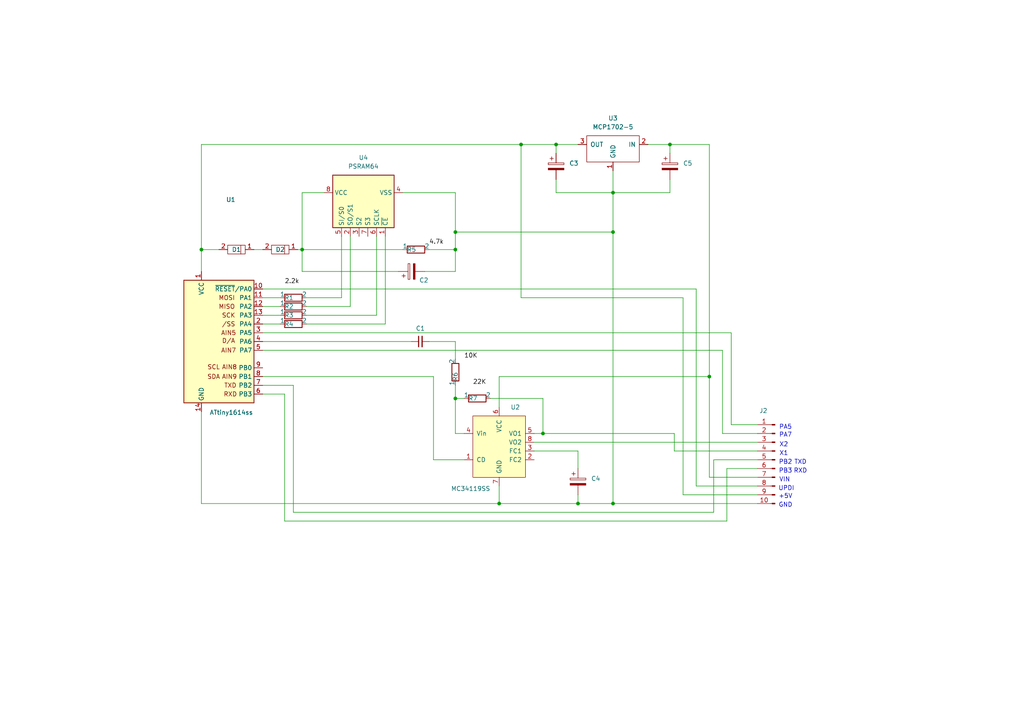
<source format=kicad_sch>
(kicad_sch
	(version 20231120)
	(generator "eeschema")
	(generator_version "8.0")
	(uuid "7d0deea3-9805-41ae-b06f-b7cf6651bd19")
	(paper "A4")
	(lib_symbols
		(symbol "0_Library:1N4004"
			(pin_names
				(offset 1.016)
			)
			(exclude_from_sim no)
			(in_bom yes)
			(on_board yes)
			(property "Reference" "D"
				(at 5.08 0 0)
				(do_not_autoplace)
				(effects
					(font
						(size 1.27 1.27)
					)
				)
			)
			(property "Value" "1N4004"
				(at 12.7 -1.27 0)
				(do_not_autoplace)
				(effects
					(font
						(size 1.27 1.27)
					)
					(hide yes)
				)
			)
			(property "Footprint" "0_Footprint:DO_PWR"
				(at 3.81 -2.54 0)
				(effects
					(font
						(size 1.27 1.27)
					)
					(hide yes)
				)
			)
			(property "Datasheet" ""
				(at 5.08 0 0)
				(effects
					(font
						(size 1.27 1.27)
					)
					(hide yes)
				)
			)
			(property "Description" ""
				(at 0 0 0)
				(effects
					(font
						(size 1.27 1.27)
					)
					(hide yes)
				)
			)
			(symbol "1N4004_0_1"
				(polyline
					(pts
						(xy 3.81 1.27) (xy 3.81 -1.27)
					)
					(stroke
						(width 0)
						(type solid)
					)
					(fill
						(type none)
					)
				)
				(rectangle
					(start 2.54 1.27)
					(end 7.62 -1.27)
					(stroke
						(width 0)
						(type solid)
					)
					(fill
						(type none)
					)
				)
			)
			(symbol "1N4004_1_1"
				(pin input line
					(at 0 0 0)
					(length 2.54)
					(name "~"
						(effects
							(font
								(size 1.27 1.27)
							)
						)
					)
					(number "1"
						(effects
							(font
								(size 1.27 1.27)
							)
						)
					)
				)
				(pin input line
					(at 10.16 0 180)
					(length 2.54)
					(name "~"
						(effects
							(font
								(size 1.27 1.27)
							)
						)
					)
					(number "2"
						(effects
							(font
								(size 1.27 1.27)
							)
						)
					)
				)
			)
		)
		(symbol "0_Library:ATtiny1614ss"
			(exclude_from_sim no)
			(in_bom yes)
			(on_board yes)
			(property "Reference" "U"
				(at -12.7 16.51 0)
				(effects
					(font
						(size 1.27 1.27)
					)
					(justify left bottom)
				)
			)
			(property "Value" "ATtiny1614ss"
				(at 20.32 -34.036 0)
				(effects
					(font
						(size 1.27 1.27)
					)
					(justify left top)
				)
			)
			(property "Footprint" "Package_SO:SOIC-14_3.9x8.7mm_P1.27mm"
				(at -2.54 33.02 0)
				(effects
					(font
						(size 1.27 1.27)
						(italic yes)
					)
					(hide yes)
				)
			)
			(property "Datasheet" ""
				(at -2.54 33.02 0)
				(effects
					(font
						(size 1.27 1.27)
					)
					(hide yes)
				)
			)
			(property "Description" ""
				(at -2.54 33.02 0)
				(effects
					(font
						(size 1.27 1.27)
					)
					(hide yes)
				)
			)
			(property "ki_keywords" "AVR 8bit Microcontroller tinyAVR"
				(at 0 0 0)
				(effects
					(font
						(size 1.27 1.27)
					)
					(hide yes)
				)
			)
			(property "ki_fp_filters" "SOIC*3.9x8.7mm*P1.27mm*"
				(at 0 0 0)
				(effects
					(font
						(size 1.27 1.27)
					)
					(hide yes)
				)
			)
			(symbol "ATtiny1614ss_0_1"
				(rectangle
					(start -7.62 12.7)
					(end 12.7 -22.86)
					(stroke
						(width 0.254)
						(type default)
					)
					(fill
						(type background)
					)
				)
			)
			(symbol "ATtiny1614ss_1_1"
				(text "/SS"
					(at 5.334 0 0)
					(effects
						(font
							(size 1.27 1.27)
						)
					)
				)
				(text "AIN5"
					(at 5.334 -2.54 0)
					(effects
						(font
							(size 1.27 1.27)
						)
					)
				)
				(text "AIN7"
					(at 5.334 -7.62 0)
					(effects
						(font
							(size 1.27 1.27)
						)
					)
				)
				(text "AIN8"
					(at 5.588 -12.446 0)
					(effects
						(font
							(size 1.27 1.27)
						)
					)
				)
				(text "AIN9"
					(at 5.588 -15.24 0)
					(effects
						(font
							(size 1.27 1.27)
						)
					)
				)
				(text "D/A"
					(at 5.334 -4.826 0)
					(effects
						(font
							(size 1.27 1.27)
						)
					)
				)
				(text "MISO"
					(at 4.826 5.08 0)
					(effects
						(font
							(size 1.27 1.27)
						)
					)
				)
				(text "MOSI"
					(at 4.826 7.62 0)
					(effects
						(font
							(size 1.27 1.27)
						)
					)
				)
				(text "RXD"
					(at 5.842 -20.32 0)
					(effects
						(font
							(size 1.27 1.27)
						)
					)
				)
				(text "SCK"
					(at 5.334 2.54 0)
					(effects
						(font
							(size 1.27 1.27)
						)
					)
				)
				(text "SCL"
					(at 1.016 -12.446 0)
					(effects
						(font
							(size 1.27 1.27)
						)
					)
				)
				(text "SDA"
					(at 1.016 -15.24 0)
					(effects
						(font
							(size 1.27 1.27)
						)
					)
				)
				(text "TXD"
					(at 5.842 -17.78 0)
					(effects
						(font
							(size 1.27 1.27)
						)
					)
				)
				(pin power_in line
					(at -2.54 15.24 270)
					(length 2.54)
					(name "VCC"
						(effects
							(font
								(size 1.27 1.27)
							)
						)
					)
					(number "1"
						(effects
							(font
								(size 1.27 1.27)
							)
						)
					)
				)
				(pin bidirectional line
					(at 15.24 10.16 180)
					(length 2.54)
					(name "~{RESET}/PA0"
						(effects
							(font
								(size 1.27 1.27)
							)
						)
					)
					(number "10"
						(effects
							(font
								(size 1.27 1.27)
							)
						)
					)
				)
				(pin bidirectional line
					(at 15.24 7.62 180)
					(length 2.54)
					(name "PA1"
						(effects
							(font
								(size 1.27 1.27)
							)
						)
					)
					(number "11"
						(effects
							(font
								(size 1.27 1.27)
							)
						)
					)
				)
				(pin bidirectional line
					(at 15.24 5.08 180)
					(length 2.54)
					(name "PA2"
						(effects
							(font
								(size 1.27 1.27)
							)
						)
					)
					(number "12"
						(effects
							(font
								(size 1.27 1.27)
							)
						)
					)
				)
				(pin bidirectional line
					(at 15.24 2.54 180)
					(length 2.54)
					(name "PA3"
						(effects
							(font
								(size 1.27 1.27)
							)
						)
					)
					(number "13"
						(effects
							(font
								(size 1.27 1.27)
							)
						)
					)
				)
				(pin power_in line
					(at -2.54 -25.4 90)
					(length 2.54)
					(name "GND"
						(effects
							(font
								(size 1.27 1.27)
							)
						)
					)
					(number "14"
						(effects
							(font
								(size 1.27 1.27)
							)
						)
					)
				)
				(pin bidirectional line
					(at 15.24 0 180)
					(length 2.54)
					(name "PA4"
						(effects
							(font
								(size 1.27 1.27)
							)
						)
					)
					(number "2"
						(effects
							(font
								(size 1.27 1.27)
							)
						)
					)
				)
				(pin bidirectional line
					(at 15.24 -2.54 180)
					(length 2.54)
					(name "PA5"
						(effects
							(font
								(size 1.27 1.27)
							)
						)
					)
					(number "3"
						(effects
							(font
								(size 1.27 1.27)
							)
						)
					)
				)
				(pin bidirectional line
					(at 15.24 -5.08 180)
					(length 2.54)
					(name "PA6"
						(effects
							(font
								(size 1.27 1.27)
							)
						)
					)
					(number "4"
						(effects
							(font
								(size 1.27 1.27)
							)
						)
					)
				)
				(pin bidirectional line
					(at 15.24 -7.62 180)
					(length 2.54)
					(name "PA7"
						(effects
							(font
								(size 1.27 1.27)
							)
						)
					)
					(number "5"
						(effects
							(font
								(size 1.27 1.27)
							)
						)
					)
				)
				(pin bidirectional line
					(at 15.24 -20.32 180)
					(length 2.54)
					(name "PB3"
						(effects
							(font
								(size 1.27 1.27)
							)
						)
					)
					(number "6"
						(effects
							(font
								(size 1.27 1.27)
							)
						)
					)
				)
				(pin bidirectional line
					(at 15.24 -17.78 180)
					(length 2.54)
					(name "PB2"
						(effects
							(font
								(size 1.27 1.27)
							)
						)
					)
					(number "7"
						(effects
							(font
								(size 1.27 1.27)
							)
						)
					)
				)
				(pin bidirectional line
					(at 15.24 -15.24 180)
					(length 2.54)
					(name "PB1"
						(effects
							(font
								(size 1.27 1.27)
							)
						)
					)
					(number "8"
						(effects
							(font
								(size 1.27 1.27)
							)
						)
					)
				)
				(pin bidirectional line
					(at 15.24 -12.7 180)
					(length 2.54)
					(name "PB0"
						(effects
							(font
								(size 1.27 1.27)
							)
						)
					)
					(number "9"
						(effects
							(font
								(size 1.27 1.27)
							)
						)
					)
				)
			)
		)
		(symbol "0_Library:CP_Small"
			(pin_numbers hide)
			(pin_names
				(offset 0.0508)
			)
			(exclude_from_sim no)
			(in_bom yes)
			(on_board yes)
			(property "Reference" "C"
				(at 0.635 6.35 0)
				(effects
					(font
						(size 1.27 1.27)
					)
					(justify left)
				)
			)
			(property "Value" "CP_Small"
				(at 0.635 1.27 0)
				(effects
					(font
						(size 1.27 1.27)
					)
					(justify left)
					(hide yes)
				)
			)
			(property "Footprint" "Capacitor_THT:CP_Radial_D4.0mm_P2.00mm"
				(at 0.9652 0 0)
				(effects
					(font
						(size 1.27 1.27)
					)
					(hide yes)
				)
			)
			(property "Datasheet" "~"
				(at 0 3.81 0)
				(effects
					(font
						(size 1.27 1.27)
					)
					(hide yes)
				)
			)
			(property "Description" "Polarized capacitor"
				(at 0 0 0)
				(effects
					(font
						(size 1.27 1.27)
					)
					(hide yes)
				)
			)
			(property "ki_keywords" "cap capacitor"
				(at 0 0 0)
				(effects
					(font
						(size 1.27 1.27)
					)
					(hide yes)
				)
			)
			(property "ki_fp_filters" "CP_*"
				(at 0 0 0)
				(effects
					(font
						(size 1.27 1.27)
					)
					(hide yes)
				)
			)
			(symbol "CP_Small_0_1"
				(rectangle
					(start -2.286 4.318)
					(end 2.286 4.826)
					(stroke
						(width 0)
						(type solid)
					)
					(fill
						(type none)
					)
				)
				(polyline
					(pts
						(xy -1.778 6.096) (xy -0.762 6.096)
					)
					(stroke
						(width 0)
						(type solid)
					)
					(fill
						(type none)
					)
				)
				(polyline
					(pts
						(xy -1.27 6.604) (xy -1.27 5.588)
					)
					(stroke
						(width 0)
						(type solid)
					)
					(fill
						(type none)
					)
				)
				(rectangle
					(start 2.286 3.302)
					(end -2.286 2.794)
					(stroke
						(width 0)
						(type solid)
					)
					(fill
						(type outline)
					)
				)
			)
			(symbol "CP_Small_1_1"
				(pin passive line
					(at 0 7.62 270)
					(length 2.794)
					(name "~"
						(effects
							(font
								(size 1.27 1.27)
							)
						)
					)
					(number "1"
						(effects
							(font
								(size 1.27 1.27)
							)
						)
					)
				)
				(pin passive line
					(at 0 0 90)
					(length 2.794)
					(name "~"
						(effects
							(font
								(size 1.27 1.27)
							)
						)
					)
					(number "2"
						(effects
							(font
								(size 1.27 1.27)
							)
						)
					)
				)
			)
		)
		(symbol "0_Library:C_Disc"
			(pin_numbers hide)
			(pin_names
				(offset 0.254) hide)
			(exclude_from_sim no)
			(in_bom yes)
			(on_board yes)
			(property "Reference" "C"
				(at 0.254 1.778 0)
				(effects
					(font
						(size 1.27 1.27)
					)
					(justify left)
				)
			)
			(property "Value" "C_Disc"
				(at 0.254 -2.032 0)
				(effects
					(font
						(size 1.27 1.27)
					)
					(justify left)
					(hide yes)
				)
			)
			(property "Footprint" "0_Footprint:C_Disc1"
				(at 0 0 0)
				(effects
					(font
						(size 1.27 1.27)
					)
					(hide yes)
				)
			)
			(property "Datasheet" "~"
				(at 0 0 0)
				(effects
					(font
						(size 1.27 1.27)
					)
					(hide yes)
				)
			)
			(property "Description" "Unpolarized capacitor, small symbol"
				(at 0 0 0)
				(effects
					(font
						(size 1.27 1.27)
					)
					(hide yes)
				)
			)
			(property "ki_keywords" "capacitor cap"
				(at 0 0 0)
				(effects
					(font
						(size 1.27 1.27)
					)
					(hide yes)
				)
			)
			(property "ki_fp_filters" "C_*"
				(at 0 0 0)
				(effects
					(font
						(size 1.27 1.27)
					)
					(hide yes)
				)
			)
			(symbol "C_Disc_0_1"
				(polyline
					(pts
						(xy -1.524 -0.508) (xy 1.524 -0.508)
					)
					(stroke
						(width 0.3302)
						(type solid)
					)
					(fill
						(type none)
					)
				)
				(polyline
					(pts
						(xy -1.524 0.508) (xy 1.524 0.508)
					)
					(stroke
						(width 0.3048)
						(type solid)
					)
					(fill
						(type none)
					)
				)
			)
			(symbol "C_Disc_1_1"
				(pin passive line
					(at 0 2.54 270)
					(length 2.032)
					(name "~"
						(effects
							(font
								(size 1.27 1.27)
							)
						)
					)
					(number "1"
						(effects
							(font
								(size 1.27 1.27)
							)
						)
					)
				)
				(pin passive line
					(at 0 -2.54 90)
					(length 2.032)
					(name "~"
						(effects
							(font
								(size 1.27 1.27)
							)
						)
					)
					(number "2"
						(effects
							(font
								(size 1.27 1.27)
							)
						)
					)
				)
			)
		)
		(symbol "0_Library:Conn_01x10_MaleP"
			(pin_names
				(offset 1.016) hide)
			(exclude_from_sim no)
			(in_bom yes)
			(on_board yes)
			(property "Reference" "J"
				(at 0 12.7 0)
				(effects
					(font
						(size 1.27 1.27)
					)
				)
			)
			(property "Value" "Conn_01x10_MaleP"
				(at 0 -15.24 0)
				(effects
					(font
						(size 1.27 1.27)
					)
					(hide yes)
				)
			)
			(property "Footprint" "Connector_PinHeader_2.54mm:PinHeader_1x10_P2.54mm_Vertical"
				(at 0 0 0)
				(effects
					(font
						(size 1.27 1.27)
					)
					(hide yes)
				)
			)
			(property "Datasheet" "~"
				(at 0 0 0)
				(effects
					(font
						(size 1.27 1.27)
					)
					(hide yes)
				)
			)
			(property "Description" "Generic connector, single row, 01x10, script generated (kicad-library-utils/schlib/autogen/connector/)"
				(at 0 0 0)
				(effects
					(font
						(size 1.27 1.27)
					)
					(hide yes)
				)
			)
			(property "ki_keywords" "connector"
				(at 0 0 0)
				(effects
					(font
						(size 1.27 1.27)
					)
					(hide yes)
				)
			)
			(property "ki_fp_filters" "Connector*:*_1x??_*"
				(at 0 0 0)
				(effects
					(font
						(size 1.27 1.27)
					)
					(hide yes)
				)
			)
			(symbol "Conn_01x10_MaleP_1_1"
				(polyline
					(pts
						(xy 1.27 -12.7) (xy 0.8636 -12.7)
					)
					(stroke
						(width 0.1524)
						(type solid)
					)
					(fill
						(type none)
					)
				)
				(polyline
					(pts
						(xy 1.27 -10.16) (xy 0.8636 -10.16)
					)
					(stroke
						(width 0.1524)
						(type solid)
					)
					(fill
						(type none)
					)
				)
				(polyline
					(pts
						(xy 1.27 -7.62) (xy 0.8636 -7.62)
					)
					(stroke
						(width 0.1524)
						(type solid)
					)
					(fill
						(type none)
					)
				)
				(polyline
					(pts
						(xy 1.27 -5.08) (xy 0.8636 -5.08)
					)
					(stroke
						(width 0.1524)
						(type solid)
					)
					(fill
						(type none)
					)
				)
				(polyline
					(pts
						(xy 1.27 -2.54) (xy 0.8636 -2.54)
					)
					(stroke
						(width 0.1524)
						(type solid)
					)
					(fill
						(type none)
					)
				)
				(polyline
					(pts
						(xy 1.27 0) (xy 0.8636 0)
					)
					(stroke
						(width 0.1524)
						(type solid)
					)
					(fill
						(type none)
					)
				)
				(polyline
					(pts
						(xy 1.27 2.54) (xy 0.8636 2.54)
					)
					(stroke
						(width 0.1524)
						(type solid)
					)
					(fill
						(type none)
					)
				)
				(polyline
					(pts
						(xy 1.27 5.08) (xy 0.8636 5.08)
					)
					(stroke
						(width 0.1524)
						(type solid)
					)
					(fill
						(type none)
					)
				)
				(polyline
					(pts
						(xy 1.27 7.62) (xy 0.8636 7.62)
					)
					(stroke
						(width 0.1524)
						(type solid)
					)
					(fill
						(type none)
					)
				)
				(polyline
					(pts
						(xy 1.27 10.16) (xy 0.8636 10.16)
					)
					(stroke
						(width 0.1524)
						(type solid)
					)
					(fill
						(type none)
					)
				)
				(rectangle
					(start 0.8636 -12.573)
					(end 0 -12.827)
					(stroke
						(width 0.1524)
						(type solid)
					)
					(fill
						(type outline)
					)
				)
				(rectangle
					(start 0.8636 -10.033)
					(end 0 -10.287)
					(stroke
						(width 0.1524)
						(type solid)
					)
					(fill
						(type outline)
					)
				)
				(rectangle
					(start 0.8636 -7.493)
					(end 0 -7.747)
					(stroke
						(width 0.1524)
						(type solid)
					)
					(fill
						(type outline)
					)
				)
				(rectangle
					(start 0.8636 -4.953)
					(end 0 -5.207)
					(stroke
						(width 0.1524)
						(type solid)
					)
					(fill
						(type outline)
					)
				)
				(rectangle
					(start 0.8636 -2.413)
					(end 0 -2.667)
					(stroke
						(width 0.1524)
						(type solid)
					)
					(fill
						(type outline)
					)
				)
				(rectangle
					(start 0.8636 0.127)
					(end 0 -0.127)
					(stroke
						(width 0.1524)
						(type solid)
					)
					(fill
						(type outline)
					)
				)
				(rectangle
					(start 0.8636 2.667)
					(end 0 2.413)
					(stroke
						(width 0.1524)
						(type solid)
					)
					(fill
						(type outline)
					)
				)
				(rectangle
					(start 0.8636 5.207)
					(end 0 4.953)
					(stroke
						(width 0.1524)
						(type solid)
					)
					(fill
						(type outline)
					)
				)
				(rectangle
					(start 0.8636 7.747)
					(end 0 7.493)
					(stroke
						(width 0.1524)
						(type solid)
					)
					(fill
						(type outline)
					)
				)
				(rectangle
					(start 0.8636 10.287)
					(end 0 10.033)
					(stroke
						(width 0.1524)
						(type solid)
					)
					(fill
						(type outline)
					)
				)
				(pin passive line
					(at 5.08 10.16 180)
					(length 3.81)
					(name "Pin_1"
						(effects
							(font
								(size 1.27 1.27)
							)
						)
					)
					(number "1"
						(effects
							(font
								(size 1.27 1.27)
							)
						)
					)
				)
				(pin passive line
					(at 5.08 -12.7 180)
					(length 3.81)
					(name "Pin_10"
						(effects
							(font
								(size 1.27 1.27)
							)
						)
					)
					(number "10"
						(effects
							(font
								(size 1.27 1.27)
							)
						)
					)
				)
				(pin passive line
					(at 5.08 7.62 180)
					(length 3.81)
					(name "Pin_2"
						(effects
							(font
								(size 1.27 1.27)
							)
						)
					)
					(number "2"
						(effects
							(font
								(size 1.27 1.27)
							)
						)
					)
				)
				(pin passive line
					(at 5.08 5.08 180)
					(length 3.81)
					(name "Pin_3"
						(effects
							(font
								(size 1.27 1.27)
							)
						)
					)
					(number "3"
						(effects
							(font
								(size 1.27 1.27)
							)
						)
					)
				)
				(pin passive line
					(at 5.08 2.54 180)
					(length 3.81)
					(name "Pin_4"
						(effects
							(font
								(size 1.27 1.27)
							)
						)
					)
					(number "4"
						(effects
							(font
								(size 1.27 1.27)
							)
						)
					)
				)
				(pin passive line
					(at 5.08 0 180)
					(length 3.81)
					(name "Pin_5"
						(effects
							(font
								(size 1.27 1.27)
							)
						)
					)
					(number "5"
						(effects
							(font
								(size 1.27 1.27)
							)
						)
					)
				)
				(pin passive line
					(at 5.08 -2.54 180)
					(length 3.81)
					(name "Pin_6"
						(effects
							(font
								(size 1.27 1.27)
							)
						)
					)
					(number "6"
						(effects
							(font
								(size 1.27 1.27)
							)
						)
					)
				)
				(pin passive line
					(at 5.08 -5.08 180)
					(length 3.81)
					(name "Pin_7"
						(effects
							(font
								(size 1.27 1.27)
							)
						)
					)
					(number "7"
						(effects
							(font
								(size 1.27 1.27)
							)
						)
					)
				)
				(pin passive line
					(at 5.08 -7.62 180)
					(length 3.81)
					(name "Pin_8"
						(effects
							(font
								(size 1.27 1.27)
							)
						)
					)
					(number "8"
						(effects
							(font
								(size 1.27 1.27)
							)
						)
					)
				)
				(pin passive line
					(at 5.08 -10.16 180)
					(length 3.81)
					(name "Pin_9"
						(effects
							(font
								(size 1.27 1.27)
							)
						)
					)
					(number "9"
						(effects
							(font
								(size 1.27 1.27)
							)
						)
					)
				)
			)
		)
		(symbol "0_Library:MC34119SS"
			(pin_names
				(offset 1.016)
			)
			(exclude_from_sim no)
			(in_bom yes)
			(on_board yes)
			(property "Reference" "U"
				(at 5.08 7.62 0)
				(effects
					(font
						(size 1.27 1.27)
					)
				)
			)
			(property "Value" "MC34119SS"
				(at -7.62 7.62 0)
				(effects
					(font
						(size 1.27 1.27)
					)
				)
			)
			(property "Footprint" "Package_SO:SOIC-8_3.9x4.9mm_P1.27mm"
				(at 0 0 0)
				(effects
					(font
						(size 1.27 1.27)
					)
					(hide yes)
				)
			)
			(property "Datasheet" ""
				(at 0 0 0)
				(effects
					(font
						(size 1.27 1.27)
					)
					(hide yes)
				)
			)
			(property "Description" ""
				(at 0 0 0)
				(effects
					(font
						(size 1.27 1.27)
					)
					(hide yes)
				)
			)
			(symbol "MC34119SS_0_1"
				(rectangle
					(start -7.62 5.08)
					(end 7.62 -12.7)
					(stroke
						(width 0)
						(type solid)
					)
					(fill
						(type background)
					)
				)
			)
			(symbol "MC34119SS_1_1"
				(pin input line
					(at -10.16 -7.62 0)
					(length 2.54)
					(name "CD"
						(effects
							(font
								(size 1.27 1.27)
							)
						)
					)
					(number "1"
						(effects
							(font
								(size 1.27 1.27)
							)
						)
					)
				)
				(pin input line
					(at 10.16 -7.62 180)
					(length 2.54)
					(name "FC2"
						(effects
							(font
								(size 1.27 1.27)
							)
						)
					)
					(number "2"
						(effects
							(font
								(size 1.27 1.27)
							)
						)
					)
				)
				(pin input line
					(at 10.16 -5.08 180)
					(length 2.54)
					(name "FC1"
						(effects
							(font
								(size 1.27 1.27)
							)
						)
					)
					(number "3"
						(effects
							(font
								(size 1.27 1.27)
							)
						)
					)
				)
				(pin input line
					(at -10.16 0 0)
					(length 2.54)
					(name "Vin"
						(effects
							(font
								(size 1.27 1.27)
							)
						)
					)
					(number "4"
						(effects
							(font
								(size 1.27 1.27)
							)
						)
					)
				)
				(pin output line
					(at 10.16 0 180)
					(length 2.54)
					(name "VO1"
						(effects
							(font
								(size 1.27 1.27)
							)
						)
					)
					(number "5"
						(effects
							(font
								(size 1.27 1.27)
							)
						)
					)
				)
				(pin input line
					(at 0 7.62 270)
					(length 2.54)
					(name "VCC"
						(effects
							(font
								(size 1.27 1.27)
							)
						)
					)
					(number "6"
						(effects
							(font
								(size 1.27 1.27)
							)
						)
					)
				)
				(pin input line
					(at 0 -15.24 90)
					(length 2.54)
					(name "GND"
						(effects
							(font
								(size 1.27 1.27)
							)
						)
					)
					(number "7"
						(effects
							(font
								(size 1.27 1.27)
							)
						)
					)
				)
				(pin output line
					(at 10.16 -2.54 180)
					(length 2.54)
					(name "VO2"
						(effects
							(font
								(size 1.27 1.27)
							)
						)
					)
					(number "8"
						(effects
							(font
								(size 1.27 1.27)
							)
						)
					)
				)
			)
		)
		(symbol "0_Library:MCP1702-5"
			(pin_names
				(offset 1.016)
			)
			(exclude_from_sim no)
			(in_bom yes)
			(on_board yes)
			(property "Reference" "U"
				(at -7.62 7.62 0)
				(effects
					(font
						(size 1.27 1.27)
					)
				)
			)
			(property "Value" "MCP1702-5"
				(at -2.54 5.08 0)
				(effects
					(font
						(size 1.27 1.27)
					)
				)
			)
			(property "Footprint" "0_Footprint:TO-92X"
				(at 7.62 -7.62 0)
				(effects
					(font
						(size 1.27 1.27)
					)
					(hide yes)
				)
			)
			(property "Datasheet" ""
				(at 0 0 0)
				(effects
					(font
						(size 1.27 1.27)
					)
					(hide yes)
				)
			)
			(property "Description" ""
				(at 0 0 0)
				(effects
					(font
						(size 1.27 1.27)
					)
					(hide yes)
				)
			)
			(symbol "MCP1702-5_0_1"
				(rectangle
					(start -10.16 2.54)
					(end 5.08 -5.08)
					(stroke
						(width 0)
						(type solid)
					)
					(fill
						(type none)
					)
				)
			)
			(symbol "MCP1702-5_1_1"
				(pin input line
					(at -2.54 -7.62 90)
					(length 2.54)
					(name "GND"
						(effects
							(font
								(size 1.27 1.27)
							)
						)
					)
					(number "1"
						(effects
							(font
								(size 1.27 1.27)
							)
						)
					)
				)
				(pin input line
					(at -12.7 0 0)
					(length 2.54)
					(name "IN"
						(effects
							(font
								(size 1.27 1.27)
							)
						)
					)
					(number "2"
						(effects
							(font
								(size 1.27 1.27)
							)
						)
					)
				)
				(pin input line
					(at 7.62 0 180)
					(length 2.54)
					(name "OUT"
						(effects
							(font
								(size 1.27 1.27)
							)
						)
					)
					(number "3"
						(effects
							(font
								(size 1.27 1.27)
							)
						)
					)
				)
			)
		)
		(symbol "0_Library:PSRAM64"
			(exclude_from_sim no)
			(in_bom yes)
			(on_board yes)
			(property "Reference" "U"
				(at 3.81 11.43 0)
				(effects
					(font
						(size 1.27 1.27)
					)
				)
			)
			(property "Value" "PSRAM64"
				(at 1.778 -12.7 0)
				(effects
					(font
						(size 1.27 1.27)
					)
					(justify left)
				)
			)
			(property "Footprint" "Package_SO:SOIC-8_3.9x4.9mm_P1.27mm"
				(at 0 -15.24 0)
				(effects
					(font
						(size 1.27 1.27)
					)
					(hide yes)
				)
			)
			(property "Datasheet" "https://www.espressif.com/sites/default/files/documentation/esp-psram32_datasheet_en.pdf"
				(at -10.16 12.7 0)
				(effects
					(font
						(size 1.27 1.27)
					)
					(hide yes)
				)
			)
			(property "Description" "32 Mbit serial pseudo SRAM device organized as 4Mx8 bits, 1.8 VCC, SOIC8 (SOP8)"
				(at 0 0 0)
				(effects
					(font
						(size 1.27 1.27)
					)
					(hide yes)
				)
			)
			(property "ki_keywords" "32 Mbit serial pseudo SRAM MEMORY"
				(at 0 0 0)
				(effects
					(font
						(size 1.27 1.27)
					)
					(hide yes)
				)
			)
			(property "ki_fp_filters" "SOIC*3.9x4.9mm?P1.27mm*"
				(at 0 0 0)
				(effects
					(font
						(size 1.27 1.27)
					)
					(hide yes)
				)
			)
			(symbol "PSRAM64_0_1"
				(rectangle
					(start -7.62 10.16)
					(end 7.62 -7.62)
					(stroke
						(width 0.254)
						(type default)
					)
					(fill
						(type background)
					)
				)
			)
			(symbol "PSRAM64_1_1"
				(pin input line
					(at -10.16 -5.08 0)
					(length 2.54)
					(name "~{CE}"
						(effects
							(font
								(size 1.27 1.27)
							)
						)
					)
					(number "1"
						(effects
							(font
								(size 1.27 1.27)
							)
						)
					)
				)
				(pin output line
					(at -10.16 5.08 0)
					(length 2.54)
					(name "SO/S1"
						(effects
							(font
								(size 1.27 1.27)
							)
						)
					)
					(number "2"
						(effects
							(font
								(size 1.27 1.27)
							)
						)
					)
				)
				(pin bidirectional line
					(at -10.16 2.54 0)
					(length 2.54)
					(name "S2"
						(effects
							(font
								(size 1.27 1.27)
							)
						)
					)
					(number "3"
						(effects
							(font
								(size 1.27 1.27)
							)
						)
					)
				)
				(pin power_in line
					(at 2.54 -10.16 90)
					(length 2.54)
					(name "VSS"
						(effects
							(font
								(size 1.27 1.27)
							)
						)
					)
					(number "4"
						(effects
							(font
								(size 1.27 1.27)
							)
						)
					)
				)
				(pin input line
					(at -10.16 7.62 0)
					(length 2.54)
					(name "SI/S0"
						(effects
							(font
								(size 1.27 1.27)
							)
						)
					)
					(number "5"
						(effects
							(font
								(size 1.27 1.27)
							)
						)
					)
				)
				(pin output line
					(at -10.16 -2.54 0)
					(length 2.54)
					(name "SCLK"
						(effects
							(font
								(size 1.27 1.27)
							)
						)
					)
					(number "6"
						(effects
							(font
								(size 1.27 1.27)
							)
						)
					)
				)
				(pin bidirectional line
					(at -10.16 0 0)
					(length 2.54)
					(name "S3"
						(effects
							(font
								(size 1.27 1.27)
							)
						)
					)
					(number "7"
						(effects
							(font
								(size 1.27 1.27)
							)
						)
					)
				)
				(pin power_in line
					(at 2.54 12.7 270)
					(length 2.54)
					(name "VCC"
						(effects
							(font
								(size 1.27 1.27)
							)
						)
					)
					(number "8"
						(effects
							(font
								(size 1.27 1.27)
							)
						)
					)
				)
			)
		)
		(symbol "0_Library:Resistor"
			(pin_numbers hide)
			(pin_names
				(offset 0)
			)
			(exclude_from_sim no)
			(in_bom yes)
			(on_board yes)
			(property "Reference" "R"
				(at 2.54 0 0)
				(do_not_autoplace)
				(effects
					(font
						(size 1.27 1.27)
					)
				)
			)
			(property "Value" "Resistor"
				(at 7.62 0.635 0)
				(effects
					(font
						(size 0.2032 0.2032)
					)
					(hide yes)
				)
			)
			(property "Footprint" "0_Footprint:QWSlim"
				(at 5.08 -2.54 0)
				(effects
					(font
						(size 1.27 1.27)
					)
					(hide yes)
				)
			)
			(property "Datasheet" "~"
				(at 3.81 2.54 90)
				(effects
					(font
						(size 1.27 1.27)
					)
					(hide yes)
				)
			)
			(property "Description" "Resistor"
				(at 0 0 0)
				(effects
					(font
						(size 1.27 1.27)
					)
					(hide yes)
				)
			)
			(property "ki_keywords" "R res resistor"
				(at 0 0 0)
				(effects
					(font
						(size 1.27 1.27)
					)
					(hide yes)
				)
			)
			(property "ki_fp_filters" "R_*"
				(at 0 0 0)
				(effects
					(font
						(size 1.27 1.27)
					)
					(hide yes)
				)
			)
			(symbol "Resistor_1_1"
				(rectangle
					(start 1.27 1.016)
					(end 6.35 -1.016)
					(stroke
						(width 0.254)
						(type solid)
					)
					(fill
						(type none)
					)
				)
				(pin passive line
					(at 0 0 0)
					(length 1.27)
					(name "1"
						(effects
							(font
								(size 1.27 1.27)
							)
						)
					)
					(number "1"
						(effects
							(font
								(size 1.27 1.27)
							)
						)
					)
				)
				(pin passive line
					(at 7.62 0 180)
					(length 1.27)
					(name "2"
						(effects
							(font
								(size 1.27 1.27)
							)
						)
					)
					(number "2"
						(effects
							(font
								(size 1.27 1.27)
							)
						)
					)
				)
			)
		)
	)
	(junction
		(at 194.31 41.91)
		(diameter 0)
		(color 0 0 0 0)
		(uuid "03854fc9-c445-4a03-be2c-22ec416ea58b")
	)
	(junction
		(at 132.08 67.31)
		(diameter 0)
		(color 0 0 0 0)
		(uuid "0b9b7d77-41b0-4490-9c57-026d07b6de2d")
	)
	(junction
		(at 157.48 125.73)
		(diameter 0)
		(color 0 0 0 0)
		(uuid "56c19ef5-a28d-4e7b-b481-242a03a9de06")
	)
	(junction
		(at 161.29 41.91)
		(diameter 0)
		(color 0 0 0 0)
		(uuid "5a1589a5-b5b6-4eda-9752-f0bea38931f3")
	)
	(junction
		(at 205.74 109.22)
		(diameter 0)
		(color 0 0 0 0)
		(uuid "68277aea-ea79-4177-a5c1-5dd9f7d56992")
	)
	(junction
		(at 87.63 72.39)
		(diameter 0)
		(color 0 0 0 0)
		(uuid "8bf54242-85f6-443a-be4e-1c8837960f19")
	)
	(junction
		(at 167.64 146.05)
		(diameter 0)
		(color 0 0 0 0)
		(uuid "8f53db3b-5c4a-4842-adab-9fb2ca034ae0")
	)
	(junction
		(at 177.8 55.88)
		(diameter 0)
		(color 0 0 0 0)
		(uuid "a2c8d7f6-c58a-4b77-a5b1-7afdd71808fa")
	)
	(junction
		(at 144.78 146.05)
		(diameter 0)
		(color 0 0 0 0)
		(uuid "b8d427f6-f621-4e31-acbc-b2e2d92f4735")
	)
	(junction
		(at 58.42 72.39)
		(diameter 0)
		(color 0 0 0 0)
		(uuid "d22cbcec-62b2-4f4e-bd55-aa0829a10c73")
	)
	(junction
		(at 177.8 67.31)
		(diameter 0)
		(color 0 0 0 0)
		(uuid "d32ad76a-5e98-40e9-9ac5-8f95485ca0e0")
	)
	(junction
		(at 151.13 41.91)
		(diameter 0)
		(color 0 0 0 0)
		(uuid "ec2bce5c-d234-4a9e-afe4-cbd47ca29ddd")
	)
	(junction
		(at 132.08 115.57)
		(diameter 0)
		(color 0 0 0 0)
		(uuid "ecfb38c0-4f53-4118-b1d8-dabd0a24c48a")
	)
	(junction
		(at 177.8 146.05)
		(diameter 0)
		(color 0 0 0 0)
		(uuid "f4357db4-14f2-4622-8569-16c0ff36eace")
	)
	(junction
		(at 132.08 72.39)
		(diameter 0)
		(color 0 0 0 0)
		(uuid "f79bf6da-a6d2-4406-8633-985561b48c49")
	)
	(wire
		(pts
			(xy 76.2 111.76) (xy 85.09 111.76)
		)
		(stroke
			(width 0)
			(type default)
		)
		(uuid "09404a06-0724-4f9a-9e8c-6463787d10a1")
	)
	(wire
		(pts
			(xy 142.24 115.57) (xy 157.48 115.57)
		)
		(stroke
			(width 0)
			(type default)
		)
		(uuid "1dc793ab-c343-433a-bda8-e2d066cecca3")
	)
	(wire
		(pts
			(xy 209.55 125.73) (xy 219.71 125.73)
		)
		(stroke
			(width 0)
			(type default)
		)
		(uuid "1dde2905-5161-4b0c-a616-dc7bc56c80bc")
	)
	(wire
		(pts
			(xy 154.94 130.81) (xy 167.64 130.81)
		)
		(stroke
			(width 0)
			(type default)
		)
		(uuid "212e3067-0e53-462c-9d10-db7b3d0d02ce")
	)
	(wire
		(pts
			(xy 144.78 140.97) (xy 144.78 146.05)
		)
		(stroke
			(width 0)
			(type default)
		)
		(uuid "2a3ad8c7-f333-4d2d-816e-c83161a607ef")
	)
	(wire
		(pts
			(xy 125.73 109.22) (xy 125.73 133.35)
		)
		(stroke
			(width 0)
			(type default)
		)
		(uuid "2aca8e68-a166-4bf7-b259-7513ab61714d")
	)
	(wire
		(pts
			(xy 132.08 125.73) (xy 134.62 125.73)
		)
		(stroke
			(width 0)
			(type default)
		)
		(uuid "2b8ea15b-bdd5-4d34-9f30-8cafc3860e51")
	)
	(wire
		(pts
			(xy 76.2 83.82) (xy 201.93 83.82)
		)
		(stroke
			(width 0)
			(type default)
		)
		(uuid "30a10ad9-fae5-4051-a868-277be3d47863")
	)
	(wire
		(pts
			(xy 85.09 111.76) (xy 85.09 148.59)
		)
		(stroke
			(width 0)
			(type default)
		)
		(uuid "345ed97d-5e45-4688-a445-d004946633b4")
	)
	(wire
		(pts
			(xy 76.2 99.06) (xy 119.38 99.06)
		)
		(stroke
			(width 0)
			(type default)
		)
		(uuid "3bc1586f-3c26-4177-b5d5-eb1eecce958f")
	)
	(wire
		(pts
			(xy 132.08 67.31) (xy 177.8 67.31)
		)
		(stroke
			(width 0)
			(type default)
		)
		(uuid "3c5c1e2f-bc7c-4a3e-83bd-028914021802")
	)
	(wire
		(pts
			(xy 82.55 151.13) (xy 210.82 151.13)
		)
		(stroke
			(width 0)
			(type default)
		)
		(uuid "3c5dae87-4722-44b6-94c3-e77433b7da5e")
	)
	(wire
		(pts
			(xy 194.31 44.45) (xy 194.31 41.91)
		)
		(stroke
			(width 0)
			(type default)
		)
		(uuid "43d26f82-e2f5-4a61-8263-333611cef7d8")
	)
	(wire
		(pts
			(xy 198.12 143.51) (xy 219.71 143.51)
		)
		(stroke
			(width 0)
			(type default)
		)
		(uuid "4a2b6d38-b35b-4456-ab10-c663e78718a1")
	)
	(wire
		(pts
			(xy 101.6 88.9) (xy 101.6 68.58)
		)
		(stroke
			(width 0)
			(type default)
		)
		(uuid "4fc2c0f8-6309-445c-917f-c672796dfa31")
	)
	(wire
		(pts
			(xy 116.84 55.88) (xy 132.08 55.88)
		)
		(stroke
			(width 0)
			(type default)
		)
		(uuid "524fdff1-c3ef-4c60-a8ee-d68478d7687d")
	)
	(wire
		(pts
			(xy 195.58 130.81) (xy 219.71 130.81)
		)
		(stroke
			(width 0)
			(type default)
		)
		(uuid "534dc4a8-9802-4a4d-9cb2-90914769a0d5")
	)
	(wire
		(pts
			(xy 205.74 138.43) (xy 219.71 138.43)
		)
		(stroke
			(width 0)
			(type default)
		)
		(uuid "58fd3b1c-17b3-4c96-90d2-580ba427c918")
	)
	(wire
		(pts
			(xy 144.78 118.11) (xy 144.78 109.22)
		)
		(stroke
			(width 0)
			(type default)
		)
		(uuid "5966b19d-8bd5-444e-a9fa-c9892c227ebe")
	)
	(wire
		(pts
			(xy 210.82 135.89) (xy 210.82 151.13)
		)
		(stroke
			(width 0)
			(type default)
		)
		(uuid "5c3f8547-a2a8-4b50-a27f-6b7998cb2b88")
	)
	(wire
		(pts
			(xy 109.22 91.44) (xy 109.22 68.58)
		)
		(stroke
			(width 0)
			(type default)
		)
		(uuid "66649ead-f654-41d4-b72d-04a6fa443d60")
	)
	(wire
		(pts
			(xy 132.08 99.06) (xy 132.08 104.14)
		)
		(stroke
			(width 0)
			(type default)
		)
		(uuid "6be0d641-5f97-4f21-926a-20d1b0ed5dc6")
	)
	(wire
		(pts
			(xy 73.66 72.39) (xy 76.2 72.39)
		)
		(stroke
			(width 0)
			(type default)
		)
		(uuid "6d579a88-40cb-4dbd-b367-a3cb2c101d82")
	)
	(wire
		(pts
			(xy 144.78 146.05) (xy 167.64 146.05)
		)
		(stroke
			(width 0)
			(type default)
		)
		(uuid "71c74936-cf27-4982-bae7-03f07d2824ec")
	)
	(wire
		(pts
			(xy 161.29 52.07) (xy 161.29 55.88)
		)
		(stroke
			(width 0)
			(type default)
		)
		(uuid "739c335d-f8a6-4a0f-a440-b68aa6b5a2b7")
	)
	(wire
		(pts
			(xy 87.63 55.88) (xy 87.63 72.39)
		)
		(stroke
			(width 0)
			(type default)
		)
		(uuid "7c703b99-adaf-4c5a-af64-8c991f10a6ce")
	)
	(wire
		(pts
			(xy 111.76 68.58) (xy 111.76 93.98)
		)
		(stroke
			(width 0)
			(type default)
		)
		(uuid "7c76ad15-a0ec-461d-9d14-5187aaf51a7a")
	)
	(wire
		(pts
			(xy 88.9 93.98) (xy 111.76 93.98)
		)
		(stroke
			(width 0)
			(type default)
		)
		(uuid "7ccdde55-5384-4eb8-854a-1d24569c8610")
	)
	(wire
		(pts
			(xy 58.42 119.38) (xy 58.42 146.05)
		)
		(stroke
			(width 0)
			(type default)
		)
		(uuid "80146a32-4b09-4e16-b7ea-8b23a13f4de7")
	)
	(wire
		(pts
			(xy 151.13 41.91) (xy 161.29 41.91)
		)
		(stroke
			(width 0)
			(type default)
		)
		(uuid "8236b1f8-9ee5-464c-89dc-c68786f1b6e4")
	)
	(wire
		(pts
			(xy 88.9 91.44) (xy 109.22 91.44)
		)
		(stroke
			(width 0)
			(type default)
		)
		(uuid "82f02ad2-da86-4030-bcd0-6b28aa57cbf5")
	)
	(wire
		(pts
			(xy 207.01 148.59) (xy 207.01 133.35)
		)
		(stroke
			(width 0)
			(type default)
		)
		(uuid "83c4e117-1912-440b-900b-9ff1fa10e9da")
	)
	(wire
		(pts
			(xy 177.8 55.88) (xy 177.8 67.31)
		)
		(stroke
			(width 0)
			(type default)
		)
		(uuid "85fdb35a-f515-4fcf-b758-09ec323c8b14")
	)
	(wire
		(pts
			(xy 87.63 72.39) (xy 116.84 72.39)
		)
		(stroke
			(width 0)
			(type default)
		)
		(uuid "8a2858fe-67e0-4eb8-96b4-38df9a954e32")
	)
	(wire
		(pts
			(xy 125.73 133.35) (xy 134.62 133.35)
		)
		(stroke
			(width 0)
			(type default)
		)
		(uuid "8a4006f1-a9c6-4c89-8a52-2d695885eb90")
	)
	(wire
		(pts
			(xy 198.12 86.36) (xy 198.12 143.51)
		)
		(stroke
			(width 0)
			(type default)
		)
		(uuid "8b156b85-5cfd-4cc4-821d-90f02e529049")
	)
	(wire
		(pts
			(xy 144.78 109.22) (xy 205.74 109.22)
		)
		(stroke
			(width 0)
			(type default)
		)
		(uuid "8b40b888-4fd3-47d6-9a27-d87049dca421")
	)
	(wire
		(pts
			(xy 132.08 115.57) (xy 132.08 125.73)
		)
		(stroke
			(width 0)
			(type default)
		)
		(uuid "8b9fa940-0001-4903-b359-eb4b4ee03b52")
	)
	(wire
		(pts
			(xy 132.08 55.88) (xy 132.08 67.31)
		)
		(stroke
			(width 0)
			(type default)
		)
		(uuid "8c19fe4a-62ba-4421-a7ab-f8672dfabf98")
	)
	(wire
		(pts
			(xy 99.06 86.36) (xy 99.06 68.58)
		)
		(stroke
			(width 0)
			(type default)
		)
		(uuid "8f4bbacc-40c5-4c2b-965b-79de901e629a")
	)
	(wire
		(pts
			(xy 210.82 135.89) (xy 219.71 135.89)
		)
		(stroke
			(width 0)
			(type default)
		)
		(uuid "9182aca2-08c4-45d4-91da-20202eb7af57")
	)
	(wire
		(pts
			(xy 209.55 101.6) (xy 209.55 125.73)
		)
		(stroke
			(width 0)
			(type default)
		)
		(uuid "932297c5-5b98-4069-9b6f-7cd1b341c2d1")
	)
	(wire
		(pts
			(xy 154.94 128.27) (xy 219.71 128.27)
		)
		(stroke
			(width 0)
			(type default)
		)
		(uuid "94526cc6-ed11-4d96-910b-52fb257531c8")
	)
	(wire
		(pts
			(xy 88.9 86.36) (xy 99.06 86.36)
		)
		(stroke
			(width 0)
			(type default)
		)
		(uuid "9552ad4f-abb1-4433-a33a-141d0fb63855")
	)
	(wire
		(pts
			(xy 58.42 72.39) (xy 58.42 78.74)
		)
		(stroke
			(width 0)
			(type default)
		)
		(uuid "9c16fe07-12fb-4368-a0b4-10b6672b07d8")
	)
	(wire
		(pts
			(xy 87.63 72.39) (xy 87.63 78.74)
		)
		(stroke
			(width 0)
			(type default)
		)
		(uuid "9c3e8d34-8b72-4eb9-a825-28f7125f910d")
	)
	(wire
		(pts
			(xy 201.93 83.82) (xy 201.93 140.97)
		)
		(stroke
			(width 0)
			(type default)
		)
		(uuid "9ddcdb91-bdf2-45fb-b121-bc05cef650a3")
	)
	(wire
		(pts
			(xy 177.8 67.31) (xy 177.8 146.05)
		)
		(stroke
			(width 0)
			(type default)
		)
		(uuid "9ee261c9-450d-4d2b-92eb-c2ca72bf18f6")
	)
	(wire
		(pts
			(xy 85.09 148.59) (xy 207.01 148.59)
		)
		(stroke
			(width 0)
			(type default)
		)
		(uuid "9f1bf536-7138-45c0-ba36-8ac3618693d9")
	)
	(wire
		(pts
			(xy 177.8 146.05) (xy 219.71 146.05)
		)
		(stroke
			(width 0)
			(type default)
		)
		(uuid "9f9c9486-5971-47b0-ac32-48c48ef06f0d")
	)
	(wire
		(pts
			(xy 212.09 96.52) (xy 212.09 123.19)
		)
		(stroke
			(width 0)
			(type default)
		)
		(uuid "a0942789-bb42-423d-98dc-33a9fdcdab5a")
	)
	(wire
		(pts
			(xy 212.09 123.19) (xy 219.71 123.19)
		)
		(stroke
			(width 0)
			(type default)
		)
		(uuid "a18ebf15-009a-4fc1-8837-f0985140bf87")
	)
	(wire
		(pts
			(xy 201.93 140.97) (xy 219.71 140.97)
		)
		(stroke
			(width 0)
			(type default)
		)
		(uuid "a5f107f1-f01c-4c5d-9c6f-1900076ffd47")
	)
	(wire
		(pts
			(xy 76.2 101.6) (xy 209.55 101.6)
		)
		(stroke
			(width 0)
			(type default)
		)
		(uuid "a661c40f-a7b4-4a5b-8cb3-85202b647984")
	)
	(wire
		(pts
			(xy 58.42 41.91) (xy 151.13 41.91)
		)
		(stroke
			(width 0)
			(type default)
		)
		(uuid "ac30f8c3-8d28-4e6a-adec-cc7222dc0be2")
	)
	(wire
		(pts
			(xy 58.42 146.05) (xy 144.78 146.05)
		)
		(stroke
			(width 0)
			(type default)
		)
		(uuid "ac3eadb9-00a8-4d1b-a5f5-69bb9931ea06")
	)
	(wire
		(pts
			(xy 195.58 125.73) (xy 195.58 130.81)
		)
		(stroke
			(width 0)
			(type default)
		)
		(uuid "aeb2d4d9-e95c-4dea-b2ff-f04e144af98a")
	)
	(wire
		(pts
			(xy 115.57 78.74) (xy 87.63 78.74)
		)
		(stroke
			(width 0)
			(type default)
		)
		(uuid "b018cc62-7e68-4952-880b-fb81c66a2a36")
	)
	(wire
		(pts
			(xy 161.29 41.91) (xy 161.29 44.45)
		)
		(stroke
			(width 0)
			(type default)
		)
		(uuid "b131a5fd-eadb-4424-896c-8da783fd2811")
	)
	(wire
		(pts
			(xy 76.2 96.52) (xy 212.09 96.52)
		)
		(stroke
			(width 0)
			(type default)
		)
		(uuid "b296c07d-25f4-46db-8adf-4871936e5878")
	)
	(wire
		(pts
			(xy 88.9 88.9) (xy 101.6 88.9)
		)
		(stroke
			(width 0)
			(type default)
		)
		(uuid "b5110c7e-4c84-4770-a057-588266bc5066")
	)
	(wire
		(pts
			(xy 187.96 41.91) (xy 194.31 41.91)
		)
		(stroke
			(width 0)
			(type default)
		)
		(uuid "bcba76a1-682b-4f60-93d1-d14fe6a4439f")
	)
	(wire
		(pts
			(xy 205.74 41.91) (xy 205.74 109.22)
		)
		(stroke
			(width 0)
			(type default)
		)
		(uuid "bce257f0-fe96-456d-ab08-2976265fc4d0")
	)
	(wire
		(pts
			(xy 177.8 55.88) (xy 194.31 55.88)
		)
		(stroke
			(width 0)
			(type default)
		)
		(uuid "bcfde022-57b1-4b00-86d5-f0ef7d548b86")
	)
	(wire
		(pts
			(xy 58.42 41.91) (xy 58.42 72.39)
		)
		(stroke
			(width 0)
			(type default)
		)
		(uuid "be6570d0-dced-42f9-8273-b91c75013079")
	)
	(wire
		(pts
			(xy 151.13 86.36) (xy 198.12 86.36)
		)
		(stroke
			(width 0)
			(type default)
		)
		(uuid "c02ba861-7f9c-4cff-aa48-6fb8f8afe116")
	)
	(wire
		(pts
			(xy 151.13 41.91) (xy 151.13 86.36)
		)
		(stroke
			(width 0)
			(type default)
		)
		(uuid "c08bf441-b4c9-4a9f-aa8c-ee5f5ef5a587")
	)
	(wire
		(pts
			(xy 177.8 55.88) (xy 161.29 55.88)
		)
		(stroke
			(width 0)
			(type default)
		)
		(uuid "c2fec47c-64b6-45e2-8bd0-4d7ccd1e536f")
	)
	(wire
		(pts
			(xy 194.31 41.91) (xy 205.74 41.91)
		)
		(stroke
			(width 0)
			(type default)
		)
		(uuid "c4c97b46-9d65-41bb-807b-c06e5dd16f3d")
	)
	(wire
		(pts
			(xy 167.64 146.05) (xy 167.64 143.51)
		)
		(stroke
			(width 0)
			(type default)
		)
		(uuid "c6d9406c-f6aa-4158-b90f-0eb1f6c7210b")
	)
	(wire
		(pts
			(xy 82.55 114.3) (xy 82.55 151.13)
		)
		(stroke
			(width 0)
			(type default)
		)
		(uuid "c7f91cea-28c0-49d4-88a0-c4919126832b")
	)
	(wire
		(pts
			(xy 132.08 72.39) (xy 132.08 67.31)
		)
		(stroke
			(width 0)
			(type default)
		)
		(uuid "ce4920a1-fc17-4a6a-b0c2-2fc6d78f1cdc")
	)
	(wire
		(pts
			(xy 76.2 86.36) (xy 81.28 86.36)
		)
		(stroke
			(width 0)
			(type default)
		)
		(uuid "ceb8fbd4-7e7d-4f03-b5fb-a95024da5703")
	)
	(wire
		(pts
			(xy 132.08 115.57) (xy 134.62 115.57)
		)
		(stroke
			(width 0)
			(type default)
		)
		(uuid "d0cc4f6d-a021-4811-a488-611c95cb0c75")
	)
	(wire
		(pts
			(xy 86.36 72.39) (xy 87.63 72.39)
		)
		(stroke
			(width 0)
			(type default)
		)
		(uuid "d3767daa-6748-4e28-9a42-80d9af7177ff")
	)
	(wire
		(pts
			(xy 207.01 133.35) (xy 219.71 133.35)
		)
		(stroke
			(width 0)
			(type default)
		)
		(uuid "d54d6d85-730d-4d79-8dc6-af679e0aa741")
	)
	(wire
		(pts
			(xy 76.2 93.98) (xy 81.28 93.98)
		)
		(stroke
			(width 0)
			(type default)
		)
		(uuid "d6b304f9-580b-4444-9ba6-38edb5f900bb")
	)
	(wire
		(pts
			(xy 76.2 114.3) (xy 82.55 114.3)
		)
		(stroke
			(width 0)
			(type default)
		)
		(uuid "d8ad4ea7-1df5-4535-b74b-22051ef2010a")
	)
	(wire
		(pts
			(xy 205.74 109.22) (xy 205.74 138.43)
		)
		(stroke
			(width 0)
			(type default)
		)
		(uuid "d9bdbc04-bc10-4507-88a2-8316b44a8a1e")
	)
	(wire
		(pts
			(xy 93.98 55.88) (xy 87.63 55.88)
		)
		(stroke
			(width 0)
			(type default)
		)
		(uuid "da12305c-365f-4e2d-bce8-4523adc372f6")
	)
	(wire
		(pts
			(xy 194.31 52.07) (xy 194.31 55.88)
		)
		(stroke
			(width 0)
			(type default)
		)
		(uuid "dba44a3d-9393-4c85-ab15-5ee7068a2766")
	)
	(wire
		(pts
			(xy 124.46 99.06) (xy 132.08 99.06)
		)
		(stroke
			(width 0)
			(type default)
		)
		(uuid "df5d219f-b4e6-483f-874c-fa342a2c90b6")
	)
	(wire
		(pts
			(xy 177.8 49.53) (xy 177.8 55.88)
		)
		(stroke
			(width 0)
			(type default)
		)
		(uuid "df70c5d6-508b-4788-b236-7739e4b7ff0b")
	)
	(wire
		(pts
			(xy 157.48 125.73) (xy 154.94 125.73)
		)
		(stroke
			(width 0)
			(type default)
		)
		(uuid "e1aaba8a-a46e-4336-8d21-590890c039cc")
	)
	(wire
		(pts
			(xy 76.2 91.44) (xy 81.28 91.44)
		)
		(stroke
			(width 0)
			(type default)
		)
		(uuid "e1e213bd-5796-41e8-8a4c-60b0fae2ff88")
	)
	(wire
		(pts
			(xy 167.64 130.81) (xy 167.64 135.89)
		)
		(stroke
			(width 0)
			(type default)
		)
		(uuid "e3e69463-cdc9-4466-b3a0-361ce3e30eb2")
	)
	(wire
		(pts
			(xy 132.08 72.39) (xy 132.08 78.74)
		)
		(stroke
			(width 0)
			(type default)
		)
		(uuid "e4122ca4-52f6-41d5-9509-7f78cfc4adf4")
	)
	(wire
		(pts
			(xy 132.08 111.76) (xy 132.08 115.57)
		)
		(stroke
			(width 0)
			(type default)
		)
		(uuid "e5a49748-32bc-4190-9463-a63bd07947cb")
	)
	(wire
		(pts
			(xy 167.64 146.05) (xy 177.8 146.05)
		)
		(stroke
			(width 0)
			(type default)
		)
		(uuid "f1e22570-5b50-4ab3-8ae4-64acb8ae5299")
	)
	(wire
		(pts
			(xy 132.08 72.39) (xy 124.46 72.39)
		)
		(stroke
			(width 0)
			(type default)
		)
		(uuid "f4353e66-cd11-4b6f-92f1-163b682faa32")
	)
	(wire
		(pts
			(xy 58.42 72.39) (xy 63.5 72.39)
		)
		(stroke
			(width 0)
			(type default)
		)
		(uuid "f5b7abbb-761e-4e83-ae8d-047cb725880b")
	)
	(wire
		(pts
			(xy 157.48 115.57) (xy 157.48 125.73)
		)
		(stroke
			(width 0)
			(type default)
		)
		(uuid "f609d966-3292-43e0-87c9-79825d91fe43")
	)
	(wire
		(pts
			(xy 76.2 88.9) (xy 81.28 88.9)
		)
		(stroke
			(width 0)
			(type default)
		)
		(uuid "f64593b0-cd10-4507-87d4-03b32d0d7b37")
	)
	(wire
		(pts
			(xy 123.19 78.74) (xy 132.08 78.74)
		)
		(stroke
			(width 0)
			(type default)
		)
		(uuid "f8047876-1ba9-459d-a0f4-bc62cd6b7ab2")
	)
	(wire
		(pts
			(xy 76.2 109.22) (xy 125.73 109.22)
		)
		(stroke
			(width 0)
			(type default)
		)
		(uuid "f8062137-45f6-40d6-8473-8c7ced0fa0ca")
	)
	(wire
		(pts
			(xy 167.64 41.91) (xy 161.29 41.91)
		)
		(stroke
			(width 0)
			(type default)
		)
		(uuid "f915a4a7-a964-4584-938a-e893d457311c")
	)
	(wire
		(pts
			(xy 157.48 125.73) (xy 195.58 125.73)
		)
		(stroke
			(width 0)
			(type default)
		)
		(uuid "feafd9fc-c2a5-4d1e-a5f0-2f45293c9295")
	)
	(text "PB3"
		(exclude_from_sim no)
		(at 227.838 136.652 0)
		(effects
			(font
				(size 1.27 1.27)
			)
		)
		(uuid "061e831f-0893-4f8d-8bcd-78903f240fbb")
	)
	(text "PA5"
		(exclude_from_sim no)
		(at 227.838 123.952 0)
		(effects
			(font
				(size 1.27 1.27)
			)
		)
		(uuid "0b8fd5b5-2b99-4ca7-8ea6-025228413634")
	)
	(text "UPDI"
		(exclude_from_sim no)
		(at 228.092 141.732 0)
		(effects
			(font
				(size 1.27 1.27)
			)
		)
		(uuid "553cd365-da42-4856-8632-501dece051be")
	)
	(text "TXD"
		(exclude_from_sim no)
		(at 232.156 134.112 0)
		(effects
			(font
				(size 1.27 1.27)
			)
		)
		(uuid "795b2193-04f7-4885-9c81-da4a3aff623a")
	)
	(text "+5V"
		(exclude_from_sim no)
		(at 227.838 144.018 0)
		(effects
			(font
				(size 1.27 1.27)
			)
		)
		(uuid "ab0086be-b67c-41a4-bd90-5d418aa3b287")
	)
	(text "PA7"
		(exclude_from_sim no)
		(at 227.838 126.238 0)
		(effects
			(font
				(size 1.27 1.27)
			)
		)
		(uuid "abcccca3-f3f7-4677-b4fa-fc01f1c08362")
	)
	(text "X1"
		(exclude_from_sim no)
		(at 227.33 131.572 0)
		(effects
			(font
				(size 1.27 1.27)
			)
		)
		(uuid "adb7a2a9-b223-4268-a791-7521670587e0")
	)
	(text "GND"
		(exclude_from_sim no)
		(at 227.838 146.558 0)
		(effects
			(font
				(size 1.27 1.27)
			)
		)
		(uuid "b3e59222-f541-48df-8c80-a36449756d37")
	)
	(text "PB2"
		(exclude_from_sim no)
		(at 227.838 134.112 0)
		(effects
			(font
				(size 1.27 1.27)
			)
		)
		(uuid "c2730d26-446f-48f9-ac0b-d8c79c8fc3ae")
	)
	(text "VIN"
		(exclude_from_sim no)
		(at 227.584 139.192 0)
		(effects
			(font
				(size 1.27 1.27)
			)
		)
		(uuid "c7d0d81d-fce4-4aff-986c-91310554b6f0")
	)
	(text "X2"
		(exclude_from_sim no)
		(at 227.33 129.032 0)
		(effects
			(font
				(size 1.27 1.27)
			)
		)
		(uuid "dd9a7596-f3b8-453e-a809-4c2c4cf3afa0")
	)
	(text "RXD"
		(exclude_from_sim no)
		(at 232.156 136.652 0)
		(effects
			(font
				(size 1.27 1.27)
			)
		)
		(uuid "ef3aeb1d-9e34-4a43-badb-c17184f6ce65")
	)
	(label "22K"
		(at 137.16 111.76 0)
		(fields_autoplaced yes)
		(effects
			(font
				(size 1.27 1.27)
			)
			(justify left bottom)
		)
		(uuid "2a278466-4d58-4234-8ae6-53bb4d804600")
	)
	(label "4.7k"
		(at 124.46 71.12 0)
		(fields_autoplaced yes)
		(effects
			(font
				(size 1.27 1.27)
			)
			(justify left bottom)
		)
		(uuid "8c18c422-900f-496c-befb-8091512ace4c")
	)
	(label "10K"
		(at 134.62 104.14 0)
		(fields_autoplaced yes)
		(effects
			(font
				(size 1.27 1.27)
			)
			(justify left bottom)
		)
		(uuid "8f1bb3fc-ea09-4bb0-adf6-d2603e4b6dca")
	)
	(label "2.2k"
		(at 82.55 82.55 0)
		(fields_autoplaced yes)
		(effects
			(font
				(size 1.27 1.27)
			)
			(justify left bottom)
		)
		(uuid "df69a194-8c49-44b2-b0ee-7509ba3fa8ad")
	)
	(symbol
		(lib_id "0_Library:MC34119SS")
		(at 144.78 125.73 0)
		(unit 1)
		(exclude_from_sim no)
		(in_bom yes)
		(on_board yes)
		(dnp no)
		(uuid "0aaddfc5-8127-471a-b4fe-b8c18ed81c02")
		(property "Reference" "U2"
			(at 148.082 118.11 0)
			(effects
				(font
					(size 1.27 1.27)
				)
				(justify left)
			)
		)
		(property "Value" "MC34119SS"
			(at 130.81 141.732 0)
			(effects
				(font
					(size 1.27 1.27)
				)
				(justify left)
			)
		)
		(property "Footprint" "Package_SO:SOIC-8_3.9x4.9mm_P1.27mm"
			(at 144.78 125.73 0)
			(effects
				(font
					(size 1.27 1.27)
				)
				(hide yes)
			)
		)
		(property "Datasheet" ""
			(at 144.78 125.73 0)
			(effects
				(font
					(size 1.27 1.27)
				)
				(hide yes)
			)
		)
		(property "Description" ""
			(at 144.78 125.73 0)
			(effects
				(font
					(size 1.27 1.27)
				)
				(hide yes)
			)
		)
		(pin "1"
			(uuid "dca7998f-0064-4cba-a4a8-77a121f7925c")
		)
		(pin "2"
			(uuid "9d674477-1657-4df1-8744-4f885e5486d9")
		)
		(pin "7"
			(uuid "a3cbbb43-588c-4a44-8296-6f0a22bb5b8a")
		)
		(pin "6"
			(uuid "b13e902b-b4d9-4037-a1c9-c3bb8af09e69")
		)
		(pin "4"
			(uuid "7cc5c800-a1b2-4f79-9279-3464b9064eb5")
		)
		(pin "5"
			(uuid "4c5c1702-991c-46b6-a09f-b5303ab21bbc")
		)
		(pin "3"
			(uuid "5e6137ce-bfb3-4020-81d3-84722ce34531")
		)
		(pin "8"
			(uuid "ba10694a-7de9-47c9-b106-2cc9b9ba305d")
		)
		(instances
			(project "MiniSnd16M"
				(path "/7d0deea3-9805-41ae-b06f-b7cf6651bd19"
					(reference "U2")
					(unit 1)
				)
			)
		)
	)
	(symbol
		(lib_id "0_Library:Resistor")
		(at 134.62 115.57 0)
		(unit 1)
		(exclude_from_sim no)
		(in_bom yes)
		(on_board yes)
		(dnp no)
		(fields_autoplaced yes)
		(uuid "1ce27b05-6dd5-42aa-8646-83ee2fbdb21d")
		(property "Reference" "R7"
			(at 137.16 115.57 0)
			(do_not_autoplace yes)
			(effects
				(font
					(size 1.27 1.27)
				)
			)
		)
		(property "Value" "Resistor"
			(at 142.24 114.935 0)
			(effects
				(font
					(size 0.2032 0.2032)
				)
				(hide yes)
			)
		)
		(property "Footprint" "0_Footprint:QWSlim"
			(at 139.7 118.11 0)
			(effects
				(font
					(size 1.27 1.27)
				)
				(hide yes)
			)
		)
		(property "Datasheet" "~"
			(at 138.43 113.03 90)
			(effects
				(font
					(size 1.27 1.27)
				)
				(hide yes)
			)
		)
		(property "Description" "Resistor"
			(at 134.62 115.57 0)
			(effects
				(font
					(size 1.27 1.27)
				)
				(hide yes)
			)
		)
		(pin "1"
			(uuid "8b8c61ac-4cc2-4848-b87d-2d9b44777ef8")
		)
		(pin "2"
			(uuid "81ec14ac-adb4-4a62-ad73-10c6287a251e")
		)
		(instances
			(project "MiniSnd16M"
				(path "/7d0deea3-9805-41ae-b06f-b7cf6651bd19"
					(reference "R7")
					(unit 1)
				)
			)
		)
	)
	(symbol
		(lib_id "0_Library:CP_Small")
		(at 194.31 52.07 0)
		(unit 1)
		(exclude_from_sim no)
		(in_bom yes)
		(on_board yes)
		(dnp no)
		(fields_autoplaced yes)
		(uuid "1fa2b64a-714a-4c57-a9e4-89766ee2eab1")
		(property "Reference" "C5"
			(at 198.12 47.3709 0)
			(effects
				(font
					(size 1.27 1.27)
				)
				(justify left)
			)
		)
		(property "Value" "CP_Small"
			(at 194.945 50.8 0)
			(effects
				(font
					(size 1.27 1.27)
				)
				(justify left)
				(hide yes)
			)
		)
		(property "Footprint" "Capacitor_THT:CP_Radial_D4.0mm_P2.00mm"
			(at 195.2752 52.07 0)
			(effects
				(font
					(size 1.27 1.27)
				)
				(hide yes)
			)
		)
		(property "Datasheet" "~"
			(at 194.31 48.26 0)
			(effects
				(font
					(size 1.27 1.27)
				)
				(hide yes)
			)
		)
		(property "Description" "Polarized capacitor"
			(at 194.31 52.07 0)
			(effects
				(font
					(size 1.27 1.27)
				)
				(hide yes)
			)
		)
		(pin "1"
			(uuid "5f23a7f1-87f5-4bf5-8218-21bf0c430679")
		)
		(pin "2"
			(uuid "81b3c004-f758-4811-a91a-1bf5ec57219a")
		)
		(instances
			(project "MiniSnd16M"
				(path "/7d0deea3-9805-41ae-b06f-b7cf6651bd19"
					(reference "C5")
					(unit 1)
				)
			)
		)
	)
	(symbol
		(lib_id "0_Library:Resistor")
		(at 81.28 88.9 0)
		(unit 1)
		(exclude_from_sim no)
		(in_bom yes)
		(on_board yes)
		(dnp no)
		(fields_autoplaced yes)
		(uuid "3a0695f7-fc00-4b28-b70d-7fbfd2f18d0a")
		(property "Reference" "R2"
			(at 83.82 88.9 0)
			(do_not_autoplace yes)
			(effects
				(font
					(size 1.27 1.27)
				)
			)
		)
		(property "Value" "Resistor"
			(at 88.9 88.265 0)
			(effects
				(font
					(size 0.2032 0.2032)
				)
				(hide yes)
			)
		)
		(property "Footprint" "0_Footprint:QWSlim"
			(at 86.36 91.44 0)
			(effects
				(font
					(size 1.27 1.27)
				)
				(hide yes)
			)
		)
		(property "Datasheet" "~"
			(at 85.09 86.36 90)
			(effects
				(font
					(size 1.27 1.27)
				)
				(hide yes)
			)
		)
		(property "Description" "Resistor"
			(at 81.28 88.9 0)
			(effects
				(font
					(size 1.27 1.27)
				)
				(hide yes)
			)
		)
		(pin "1"
			(uuid "def49a57-aabb-401f-bb36-c3e21f399698")
		)
		(pin "2"
			(uuid "26ee0e35-e6a0-4f1c-90d4-b5fb6e2b98d3")
		)
		(instances
			(project "MiniSnd16M"
				(path "/7d0deea3-9805-41ae-b06f-b7cf6651bd19"
					(reference "R2")
					(unit 1)
				)
			)
		)
	)
	(symbol
		(lib_id "0_Library:Resistor")
		(at 81.28 93.98 0)
		(unit 1)
		(exclude_from_sim no)
		(in_bom yes)
		(on_board yes)
		(dnp no)
		(fields_autoplaced yes)
		(uuid "4df003c6-ac00-42c7-b194-b15d17c84043")
		(property "Reference" "R4"
			(at 83.82 93.98 0)
			(do_not_autoplace yes)
			(effects
				(font
					(size 1.27 1.27)
				)
			)
		)
		(property "Value" "Resistor"
			(at 88.9 93.345 0)
			(effects
				(font
					(size 0.2032 0.2032)
				)
				(hide yes)
			)
		)
		(property "Footprint" "0_Footprint:QWSlim"
			(at 86.36 96.52 0)
			(effects
				(font
					(size 1.27 1.27)
				)
				(hide yes)
			)
		)
		(property "Datasheet" "~"
			(at 85.09 91.44 90)
			(effects
				(font
					(size 1.27 1.27)
				)
				(hide yes)
			)
		)
		(property "Description" "Resistor"
			(at 81.28 93.98 0)
			(effects
				(font
					(size 1.27 1.27)
				)
				(hide yes)
			)
		)
		(pin "2"
			(uuid "e4114f54-b37f-478b-967a-e2b55403cc48")
		)
		(pin "1"
			(uuid "34e5ef25-3280-485d-9281-6561336731c6")
		)
		(instances
			(project "MiniSnd16M"
				(path "/7d0deea3-9805-41ae-b06f-b7cf6651bd19"
					(reference "R4")
					(unit 1)
				)
			)
		)
	)
	(symbol
		(lib_id "0_Library:Resistor")
		(at 132.08 111.76 90)
		(unit 1)
		(exclude_from_sim no)
		(in_bom yes)
		(on_board yes)
		(dnp no)
		(fields_autoplaced yes)
		(uuid "4ffa98c5-e6ab-4b18-8b37-2a19793e081f")
		(property "Reference" "R6"
			(at 132.08 109.22 0)
			(do_not_autoplace yes)
			(effects
				(font
					(size 1.27 1.27)
				)
			)
		)
		(property "Value" "Resistor"
			(at 131.445 104.14 0)
			(effects
				(font
					(size 0.2032 0.2032)
				)
				(hide yes)
			)
		)
		(property "Footprint" "0_Footprint:QWSlim"
			(at 134.62 106.68 0)
			(effects
				(font
					(size 1.27 1.27)
				)
				(hide yes)
			)
		)
		(property "Datasheet" "~"
			(at 129.54 107.95 90)
			(effects
				(font
					(size 1.27 1.27)
				)
				(hide yes)
			)
		)
		(property "Description" "Resistor"
			(at 132.08 111.76 0)
			(effects
				(font
					(size 1.27 1.27)
				)
				(hide yes)
			)
		)
		(pin "2"
			(uuid "167e9087-c8b4-4e8a-8f27-513c79312321")
		)
		(pin "1"
			(uuid "beb23152-3187-487e-bc43-2600c4f92d4c")
		)
		(instances
			(project "MiniSnd16M"
				(path "/7d0deea3-9805-41ae-b06f-b7cf6651bd19"
					(reference "R6")
					(unit 1)
				)
			)
		)
	)
	(symbol
		(lib_id "0_Library:PSRAM64")
		(at 106.68 58.42 90)
		(unit 1)
		(exclude_from_sim no)
		(in_bom yes)
		(on_board yes)
		(dnp no)
		(fields_autoplaced yes)
		(uuid "5f7f6c1e-ac9e-490d-8e2e-9b7938ecabc1")
		(property "Reference" "U4"
			(at 105.41 45.72 90)
			(effects
				(font
					(size 1.27 1.27)
				)
			)
		)
		(property "Value" "PSRAM64"
			(at 105.41 48.26 90)
			(effects
				(font
					(size 1.27 1.27)
				)
			)
		)
		(property "Footprint" "Package_SO:SOIC-8_3.9x4.9mm_P1.27mm"
			(at 121.92 58.42 0)
			(effects
				(font
					(size 1.27 1.27)
				)
				(hide yes)
			)
		)
		(property "Datasheet" "https://www.espressif.com/sites/default/files/documentation/esp-psram32_datasheet_en.pdf"
			(at 93.98 68.58 0)
			(effects
				(font
					(size 1.27 1.27)
				)
				(hide yes)
			)
		)
		(property "Description" "32 Mbit serial pseudo SRAM device organized as 4Mx8 bits, 1.8 VCC, SOIC8 (SOP8)"
			(at 106.68 58.42 0)
			(effects
				(font
					(size 1.27 1.27)
				)
				(hide yes)
			)
		)
		(pin "5"
			(uuid "5bae6b05-0b23-479f-894d-49aee6936ddf")
		)
		(pin "8"
			(uuid "90da409d-4e10-4aab-b03b-a2b33e914381")
		)
		(pin "3"
			(uuid "75f22537-0157-49b1-9632-f5e5128bed03")
		)
		(pin "1"
			(uuid "5686a4e2-a3f7-42fb-a3ca-500e20021142")
		)
		(pin "2"
			(uuid "ceb7f981-0106-400a-a981-f4dddf76af3a")
		)
		(pin "4"
			(uuid "c1a22096-6436-49e8-b950-768de41709d0")
		)
		(pin "7"
			(uuid "baa279ab-5751-45b8-9bef-ddc9fe27262b")
		)
		(pin "6"
			(uuid "3be37665-24e9-4232-8eaa-2b18ce320578")
		)
		(instances
			(project "MiniSnd16M"
				(path "/7d0deea3-9805-41ae-b06f-b7cf6651bd19"
					(reference "U4")
					(unit 1)
				)
			)
		)
	)
	(symbol
		(lib_id "0_Library:CP_Small")
		(at 123.19 78.74 90)
		(unit 1)
		(exclude_from_sim no)
		(in_bom yes)
		(on_board yes)
		(dnp no)
		(uuid "649af3d6-b5fd-468c-9027-eb374cbd3587")
		(property "Reference" "C2"
			(at 122.936 81.28 90)
			(effects
				(font
					(size 1.27 1.27)
				)
			)
		)
		(property "Value" "CP_Small"
			(at 121.92 78.105 0)
			(effects
				(font
					(size 1.27 1.27)
				)
				(justify left)
				(hide yes)
			)
		)
		(property "Footprint" "Capacitor_THT:CP_Radial_D4.0mm_P2.00mm"
			(at 123.19 77.7748 0)
			(effects
				(font
					(size 1.27 1.27)
				)
				(hide yes)
			)
		)
		(property "Datasheet" "~"
			(at 119.38 78.74 0)
			(effects
				(font
					(size 1.27 1.27)
				)
				(hide yes)
			)
		)
		(property "Description" "Polarized capacitor"
			(at 123.19 78.74 0)
			(effects
				(font
					(size 1.27 1.27)
				)
				(hide yes)
			)
		)
		(pin "1"
			(uuid "aaf36c26-c485-45ad-bd79-29da6c369b9a")
		)
		(pin "2"
			(uuid "871da34a-8a20-4d2c-b3c7-e364c17203f4")
		)
		(instances
			(project "MiniSnd16M"
				(path "/7d0deea3-9805-41ae-b06f-b7cf6651bd19"
					(reference "C2")
					(unit 1)
				)
			)
		)
	)
	(symbol
		(lib_id "0_Library:Resistor")
		(at 116.84 72.39 0)
		(unit 1)
		(exclude_from_sim no)
		(in_bom yes)
		(on_board yes)
		(dnp no)
		(fields_autoplaced yes)
		(uuid "6cfdd7e5-4be2-48f3-ba76-9b8046f78f3f")
		(property "Reference" "R5"
			(at 119.38 72.39 0)
			(do_not_autoplace yes)
			(effects
				(font
					(size 1.27 1.27)
				)
			)
		)
		(property "Value" "Resistor"
			(at 124.46 71.755 0)
			(effects
				(font
					(size 0.2032 0.2032)
				)
				(hide yes)
			)
		)
		(property "Footprint" "0_Footprint:QWSlim"
			(at 121.92 74.93 0)
			(effects
				(font
					(size 1.27 1.27)
				)
				(hide yes)
			)
		)
		(property "Datasheet" "~"
			(at 120.65 69.85 90)
			(effects
				(font
					(size 1.27 1.27)
				)
				(hide yes)
			)
		)
		(property "Description" "Resistor"
			(at 116.84 72.39 0)
			(effects
				(font
					(size 1.27 1.27)
				)
				(hide yes)
			)
		)
		(pin "2"
			(uuid "0a08866c-29dc-4b68-b553-2f0e2759068e")
		)
		(pin "1"
			(uuid "a2350c0a-e00f-445e-88fd-1b63bb2d6b14")
		)
		(instances
			(project "MiniSnd16M"
				(path "/7d0deea3-9805-41ae-b06f-b7cf6651bd19"
					(reference "R5")
					(unit 1)
				)
			)
		)
	)
	(symbol
		(lib_id "0_Library:1N4004")
		(at 73.66 72.39 180)
		(unit 1)
		(exclude_from_sim no)
		(in_bom yes)
		(on_board yes)
		(dnp no)
		(fields_autoplaced yes)
		(uuid "74f5e591-b66e-406a-8e4f-50fcc4cb99d7")
		(property "Reference" "D1"
			(at 68.58 72.39 0)
			(do_not_autoplace yes)
			(effects
				(font
					(size 1.27 1.27)
				)
			)
		)
		(property "Value" "1N4004"
			(at 60.96 71.12 0)
			(do_not_autoplace yes)
			(effects
				(font
					(size 1.27 1.27)
				)
				(hide yes)
			)
		)
		(property "Footprint" "0_Footprint:DO_PWR"
			(at 69.85 69.85 0)
			(effects
				(font
					(size 1.27 1.27)
				)
				(hide yes)
			)
		)
		(property "Datasheet" ""
			(at 68.58 72.39 0)
			(effects
				(font
					(size 1.27 1.27)
				)
				(hide yes)
			)
		)
		(property "Description" ""
			(at 73.66 72.39 0)
			(effects
				(font
					(size 1.27 1.27)
				)
				(hide yes)
			)
		)
		(pin "1"
			(uuid "a6cb0417-78b3-4b5e-b237-ea5821de55b4")
		)
		(pin "2"
			(uuid "037902c1-c0e6-4b97-bcfa-dfb41d93b629")
		)
		(instances
			(project "MiniSnd16M"
				(path "/7d0deea3-9805-41ae-b06f-b7cf6651bd19"
					(reference "D1")
					(unit 1)
				)
			)
		)
	)
	(symbol
		(lib_id "0_Library:MCP1702-5")
		(at 175.26 41.91 0)
		(mirror y)
		(unit 1)
		(exclude_from_sim no)
		(in_bom yes)
		(on_board yes)
		(dnp no)
		(fields_autoplaced yes)
		(uuid "86aa857f-1918-42ef-acd6-b5bab0307b0d")
		(property "Reference" "U3"
			(at 177.8 34.29 0)
			(effects
				(font
					(size 1.27 1.27)
				)
			)
		)
		(property "Value" "MCP1702-5"
			(at 177.8 36.83 0)
			(effects
				(font
					(size 1.27 1.27)
				)
			)
		)
		(property "Footprint" "0_Footprint:TO-92X"
			(at 167.64 49.53 0)
			(effects
				(font
					(size 1.27 1.27)
				)
				(hide yes)
			)
		)
		(property "Datasheet" ""
			(at 175.26 41.91 0)
			(effects
				(font
					(size 1.27 1.27)
				)
				(hide yes)
			)
		)
		(property "Description" ""
			(at 175.26 41.91 0)
			(effects
				(font
					(size 1.27 1.27)
				)
				(hide yes)
			)
		)
		(pin "3"
			(uuid "f51fcaac-7174-4fb4-8948-4c4eee272a92")
		)
		(pin "2"
			(uuid "f373e7ca-2b38-47f3-b409-24bc4fc5d07a")
		)
		(pin "1"
			(uuid "f2ea00b9-d021-4f17-ae5b-246c7c44bcc7")
		)
		(instances
			(project "MiniSnd16M"
				(path "/7d0deea3-9805-41ae-b06f-b7cf6651bd19"
					(reference "U3")
					(unit 1)
				)
			)
		)
	)
	(symbol
		(lib_id "0_Library:CP_Small")
		(at 167.64 143.51 0)
		(unit 1)
		(exclude_from_sim no)
		(in_bom yes)
		(on_board yes)
		(dnp no)
		(fields_autoplaced yes)
		(uuid "913f6108-299d-4ae1-b320-5c28f4328546")
		(property "Reference" "C4"
			(at 171.45 138.8109 0)
			(effects
				(font
					(size 1.27 1.27)
				)
				(justify left)
			)
		)
		(property "Value" "CP_Small"
			(at 168.275 142.24 0)
			(effects
				(font
					(size 1.27 1.27)
				)
				(justify left)
				(hide yes)
			)
		)
		(property "Footprint" "Capacitor_THT:CP_Radial_D4.0mm_P2.00mm"
			(at 168.6052 143.51 0)
			(effects
				(font
					(size 1.27 1.27)
				)
				(hide yes)
			)
		)
		(property "Datasheet" "~"
			(at 167.64 139.7 0)
			(effects
				(font
					(size 1.27 1.27)
				)
				(hide yes)
			)
		)
		(property "Description" "Polarized capacitor"
			(at 167.64 143.51 0)
			(effects
				(font
					(size 1.27 1.27)
				)
				(hide yes)
			)
		)
		(pin "1"
			(uuid "aca05f1b-a59d-41a0-aadd-32e3e700cc37")
		)
		(pin "2"
			(uuid "73e0e185-1b6d-4486-bc2b-913a429b0c23")
		)
		(instances
			(project "MiniSnd16M"
				(path "/7d0deea3-9805-41ae-b06f-b7cf6651bd19"
					(reference "C4")
					(unit 1)
				)
			)
		)
	)
	(symbol
		(lib_id "0_Library:1N4004")
		(at 86.36 72.39 180)
		(unit 1)
		(exclude_from_sim no)
		(in_bom yes)
		(on_board yes)
		(dnp no)
		(fields_autoplaced yes)
		(uuid "9a28bea8-fd82-42b7-917d-5b0ef87636b7")
		(property "Reference" "D2"
			(at 81.28 72.39 0)
			(do_not_autoplace yes)
			(effects
				(font
					(size 1.27 1.27)
				)
			)
		)
		(property "Value" "1N4004"
			(at 73.66 71.12 0)
			(do_not_autoplace yes)
			(effects
				(font
					(size 1.27 1.27)
				)
				(hide yes)
			)
		)
		(property "Footprint" "0_Footprint:DO_PWR"
			(at 82.55 69.85 0)
			(effects
				(font
					(size 1.27 1.27)
				)
				(hide yes)
			)
		)
		(property "Datasheet" ""
			(at 81.28 72.39 0)
			(effects
				(font
					(size 1.27 1.27)
				)
				(hide yes)
			)
		)
		(property "Description" ""
			(at 86.36 72.39 0)
			(effects
				(font
					(size 1.27 1.27)
				)
				(hide yes)
			)
		)
		(pin "1"
			(uuid "68883273-303a-447c-a390-1679e3439088")
		)
		(pin "2"
			(uuid "c7e7fa0e-4176-4d21-8d58-40165f67366e")
		)
		(instances
			(project "MiniSnd16M"
				(path "/7d0deea3-9805-41ae-b06f-b7cf6651bd19"
					(reference "D2")
					(unit 1)
				)
			)
		)
	)
	(symbol
		(lib_id "0_Library:Conn_01x10_MaleP")
		(at 224.79 133.35 0)
		(mirror y)
		(unit 1)
		(exclude_from_sim no)
		(in_bom yes)
		(on_board yes)
		(dnp no)
		(uuid "aed600b7-b1cd-41b1-a649-4f3e4567010c")
		(property "Reference" "J2"
			(at 220.218 119.126 0)
			(effects
				(font
					(size 1.27 1.27)
				)
				(justify right)
			)
		)
		(property "Value" "Conn_01x10_MaleP"
			(at 224.79 148.59 0)
			(effects
				(font
					(size 1.27 1.27)
				)
				(hide yes)
			)
		)
		(property "Footprint" "Connector_PinHeader_2.54mm:PinHeader_1x10_P2.54mm_Vertical"
			(at 224.79 133.35 0)
			(effects
				(font
					(size 1.27 1.27)
				)
				(hide yes)
			)
		)
		(property "Datasheet" "~"
			(at 224.79 133.35 0)
			(effects
				(font
					(size 1.27 1.27)
				)
				(hide yes)
			)
		)
		(property "Description" "Generic connector, single row, 01x10, script generated (kicad-library-utils/schlib/autogen/connector/)"
			(at 224.79 133.35 0)
			(effects
				(font
					(size 1.27 1.27)
				)
				(hide yes)
			)
		)
		(pin "10"
			(uuid "c6ea6ab7-4ea4-43b0-ba4c-d3ff81b24795")
		)
		(pin "3"
			(uuid "2de4512c-be2b-459a-8eb2-099904f4727b")
		)
		(pin "5"
			(uuid "9d4c3575-8a4d-43fd-9b6e-6d8e593f63ef")
		)
		(pin "8"
			(uuid "00e80f0a-0d60-45d1-85c1-f87ea8f3457d")
		)
		(pin "2"
			(uuid "a5727887-3671-44ea-b8d6-7ff6aaf69d16")
		)
		(pin "7"
			(uuid "40e648df-4890-43f9-a5ce-f42529170429")
		)
		(pin "1"
			(uuid "3ddf11ab-8b29-474f-8734-fc4b800fc491")
		)
		(pin "4"
			(uuid "75772000-e2ce-4cc5-9503-d9e162e42ebe")
		)
		(pin "6"
			(uuid "cbb4d87d-4788-4f75-83bf-5fb2fa311e44")
		)
		(pin "9"
			(uuid "cfa4bde6-3437-42d0-a307-798bafafc640")
		)
		(instances
			(project "MiniSnd16M"
				(path "/7d0deea3-9805-41ae-b06f-b7cf6651bd19"
					(reference "J2")
					(unit 1)
				)
			)
		)
	)
	(symbol
		(lib_id "0_Library:C_Disc")
		(at 121.92 99.06 90)
		(unit 1)
		(exclude_from_sim no)
		(in_bom yes)
		(on_board yes)
		(dnp no)
		(fields_autoplaced yes)
		(uuid "b186c660-46e9-414a-aace-fd2962c2efe1")
		(property "Reference" "C1"
			(at 121.9263 95.25 90)
			(effects
				(font
					(size 1.27 1.27)
				)
			)
		)
		(property "Value" "C_Disc"
			(at 123.952 98.806 0)
			(effects
				(font
					(size 1.27 1.27)
				)
				(justify left)
				(hide yes)
			)
		)
		(property "Footprint" "0_Footprint:C_Disc1"
			(at 121.92 99.06 0)
			(effects
				(font
					(size 1.27 1.27)
				)
				(hide yes)
			)
		)
		(property "Datasheet" "~"
			(at 121.92 99.06 0)
			(effects
				(font
					(size 1.27 1.27)
				)
				(hide yes)
			)
		)
		(property "Description" "Unpolarized capacitor, small symbol"
			(at 121.92 99.06 0)
			(effects
				(font
					(size 1.27 1.27)
				)
				(hide yes)
			)
		)
		(pin "2"
			(uuid "9dc599b2-e79e-4d51-8356-6f6805162b7d")
		)
		(pin "1"
			(uuid "f8e52d94-ef26-40c4-9fa8-70b50929c310")
		)
		(instances
			(project "MiniSnd16M"
				(path "/7d0deea3-9805-41ae-b06f-b7cf6651bd19"
					(reference "C1")
					(unit 1)
				)
			)
		)
	)
	(symbol
		(lib_id "0_Library:ATtiny1614ss")
		(at 60.96 93.98 0)
		(unit 1)
		(exclude_from_sim no)
		(in_bom yes)
		(on_board yes)
		(dnp no)
		(uuid "b3b32d46-249d-4e06-8b70-f72ed7791bf0")
		(property "Reference" "U1"
			(at 68.326 57.912 0)
			(effects
				(font
					(size 1.27 1.27)
				)
				(justify right)
			)
		)
		(property "Value" "ATtiny1614ss"
			(at 73.406 119.634 0)
			(effects
				(font
					(size 1.27 1.27)
				)
				(justify right)
			)
		)
		(property "Footprint" "Package_SO:SOIC-14_3.9x8.7mm_P1.27mm"
			(at 58.42 60.96 0)
			(effects
				(font
					(size 1.27 1.27)
					(italic yes)
				)
				(hide yes)
			)
		)
		(property "Datasheet" ""
			(at 58.42 60.96 0)
			(effects
				(font
					(size 1.27 1.27)
				)
				(hide yes)
			)
		)
		(property "Description" ""
			(at 58.42 60.96 0)
			(effects
				(font
					(size 1.27 1.27)
				)
				(hide yes)
			)
		)
		(pin "13"
			(uuid "f0cecdfd-5e6e-4a26-a571-b76cbc4e6e3f")
		)
		(pin "14"
			(uuid "c258c2f5-fa45-43c5-b37a-cf49515a4014")
		)
		(pin "10"
			(uuid "3977264c-7ee1-4282-b752-01c1c4091369")
		)
		(pin "6"
			(uuid "3e95df6d-7fab-4977-8bf9-1af153043c53")
		)
		(pin "5"
			(uuid "f2f3d27f-6348-4bcb-b27a-0baa6de1e918")
		)
		(pin "12"
			(uuid "75026882-286b-4a60-a164-3034f73ad6eb")
		)
		(pin "4"
			(uuid "42d344d9-249f-4e04-b129-92a9863134fe")
		)
		(pin "11"
			(uuid "6d1926aa-3464-4dea-b130-de72ae6c6711")
		)
		(pin "9"
			(uuid "062d68dd-0673-4494-80de-3e6059c1d0a5")
		)
		(pin "2"
			(uuid "4d7f7c82-f1fc-4ce7-9992-0129aa8525ba")
		)
		(pin "7"
			(uuid "ce17d2d4-77b7-4ef7-82f6-91c4091fdba8")
		)
		(pin "1"
			(uuid "dcf1c0d6-7dfa-456c-aa2d-6b6be3b6d545")
		)
		(pin "8"
			(uuid "7f2dfc7a-0d56-48da-8661-e48045ec49cc")
		)
		(pin "3"
			(uuid "acdbb53f-178c-4eb7-a1b6-b07907438c19")
		)
		(instances
			(project "MiniSnd16M"
				(path "/7d0deea3-9805-41ae-b06f-b7cf6651bd19"
					(reference "U1")
					(unit 1)
				)
			)
		)
	)
	(symbol
		(lib_id "0_Library:Resistor")
		(at 81.28 91.44 0)
		(unit 1)
		(exclude_from_sim no)
		(in_bom yes)
		(on_board yes)
		(dnp no)
		(fields_autoplaced yes)
		(uuid "c48b40e6-9246-46e3-a386-7fccddaf805a")
		(property "Reference" "R3"
			(at 83.82 91.44 0)
			(do_not_autoplace yes)
			(effects
				(font
					(size 1.27 1.27)
				)
			)
		)
		(property "Value" "Resistor"
			(at 88.9 90.805 0)
			(effects
				(font
					(size 0.2032 0.2032)
				)
				(hide yes)
			)
		)
		(property "Footprint" "0_Footprint:QWSlim"
			(at 86.36 93.98 0)
			(effects
				(font
					(size 1.27 1.27)
				)
				(hide yes)
			)
		)
		(property "Datasheet" "~"
			(at 85.09 88.9 90)
			(effects
				(font
					(size 1.27 1.27)
				)
				(hide yes)
			)
		)
		(property "Description" "Resistor"
			(at 81.28 91.44 0)
			(effects
				(font
					(size 1.27 1.27)
				)
				(hide yes)
			)
		)
		(pin "1"
			(uuid "701bcc84-01fb-4a65-96c4-9418bba7fc1c")
		)
		(pin "2"
			(uuid "d080fb6e-e0d2-4a50-abe5-0c95331c9f16")
		)
		(instances
			(project "MiniSnd16M"
				(path "/7d0deea3-9805-41ae-b06f-b7cf6651bd19"
					(reference "R3")
					(unit 1)
				)
			)
		)
	)
	(symbol
		(lib_id "0_Library:CP_Small")
		(at 161.29 52.07 0)
		(unit 1)
		(exclude_from_sim no)
		(in_bom yes)
		(on_board yes)
		(dnp no)
		(fields_autoplaced yes)
		(uuid "f30e3df9-4445-4ee2-ab40-9cbc6ecca78e")
		(property "Reference" "C3"
			(at 165.1 47.3709 0)
			(effects
				(font
					(size 1.27 1.27)
				)
				(justify left)
			)
		)
		(property "Value" "CP_Small"
			(at 161.925 50.8 0)
			(effects
				(font
					(size 1.27 1.27)
				)
				(justify left)
				(hide yes)
			)
		)
		(property "Footprint" "Capacitor_THT:CP_Radial_D4.0mm_P2.00mm"
			(at 162.2552 52.07 0)
			(effects
				(font
					(size 1.27 1.27)
				)
				(hide yes)
			)
		)
		(property "Datasheet" "~"
			(at 161.29 48.26 0)
			(effects
				(font
					(size 1.27 1.27)
				)
				(hide yes)
			)
		)
		(property "Description" "Polarized capacitor"
			(at 161.29 52.07 0)
			(effects
				(font
					(size 1.27 1.27)
				)
				(hide yes)
			)
		)
		(pin "1"
			(uuid "2da12e5a-a27b-44dd-a961-a7a82d84224a")
		)
		(pin "2"
			(uuid "62dd8b0a-9a38-488b-a947-12b7aa664d3c")
		)
		(instances
			(project "MiniSnd16M"
				(path "/7d0deea3-9805-41ae-b06f-b7cf6651bd19"
					(reference "C3")
					(unit 1)
				)
			)
		)
	)
	(symbol
		(lib_id "0_Library:Resistor")
		(at 81.28 86.36 0)
		(unit 1)
		(exclude_from_sim no)
		(in_bom yes)
		(on_board yes)
		(dnp no)
		(fields_autoplaced yes)
		(uuid "fda9680c-ff20-46e6-b39a-598ae2e94768")
		(property "Reference" "R1"
			(at 83.82 86.36 0)
			(do_not_autoplace yes)
			(effects
				(font
					(size 1.27 1.27)
				)
			)
		)
		(property "Value" "Resistor"
			(at 88.9 85.725 0)
			(effects
				(font
					(size 0.2032 0.2032)
				)
				(hide yes)
			)
		)
		(property "Footprint" "0_Footprint:QWSlim"
			(at 86.36 88.9 0)
			(effects
				(font
					(size 1.27 1.27)
				)
				(hide yes)
			)
		)
		(property "Datasheet" "~"
			(at 85.09 83.82 90)
			(effects
				(font
					(size 1.27 1.27)
				)
				(hide yes)
			)
		)
		(property "Description" "Resistor"
			(at 81.28 86.36 0)
			(effects
				(font
					(size 1.27 1.27)
				)
				(hide yes)
			)
		)
		(pin "2"
			(uuid "877bf5d8-2daf-43f0-a2a6-20b90465f653")
		)
		(pin "1"
			(uuid "da62de29-f5f2-4c01-b3cd-e088e2dde653")
		)
		(instances
			(project "MiniSnd16M"
				(path "/7d0deea3-9805-41ae-b06f-b7cf6651bd19"
					(reference "R1")
					(unit 1)
				)
			)
		)
	)
	(sheet_instances
		(path "/"
			(page "1")
		)
	)
)
</source>
